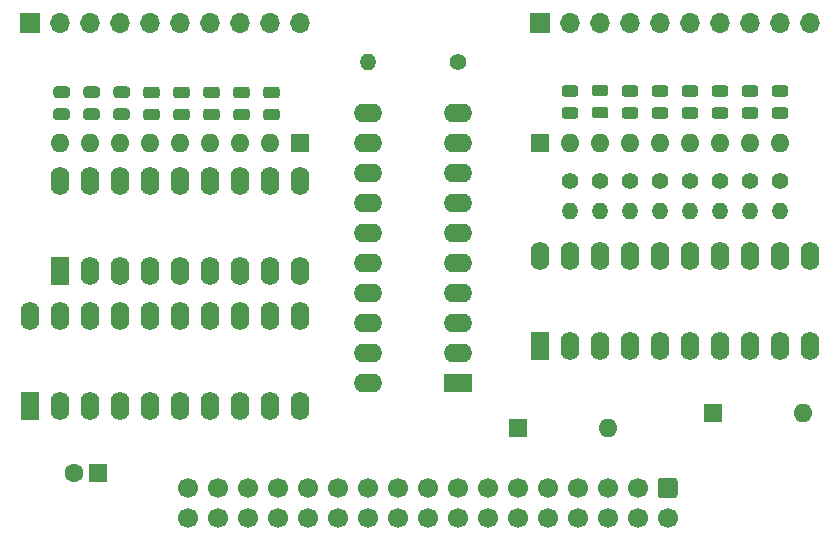
<source format=gts>
%TF.GenerationSoftware,KiCad,Pcbnew,(5.1.12)-1*%
%TF.CreationDate,2022-03-19T10:44:28+01:00*%
%TF.ProjectId,8ESN,3845534e-2e6b-4696-9361-645f70636258,1.0*%
%TF.SameCoordinates,PX6d01460PY60e4b00*%
%TF.FileFunction,Soldermask,Top*%
%TF.FilePolarity,Negative*%
%FSLAX46Y46*%
G04 Gerber Fmt 4.6, Leading zero omitted, Abs format (unit mm)*
G04 Created by KiCad (PCBNEW (5.1.12)-1) date 2022-03-19 10:44:28*
%MOMM*%
%LPD*%
G01*
G04 APERTURE LIST*
%ADD10C,1.700000*%
%ADD11O,1.600000X1.600000*%
%ADD12R,1.600000X1.600000*%
%ADD13O,1.400000X1.400000*%
%ADD14C,1.400000*%
%ADD15O,1.700000X1.700000*%
%ADD16R,1.700000X1.700000*%
%ADD17O,2.400000X1.600000*%
%ADD18R,2.400000X1.600000*%
%ADD19O,1.600000X2.400000*%
%ADD20R,1.600000X2.400000*%
%ADD21C,1.600000*%
G04 APERTURE END LIST*
D10*
%TO.C,J1*%
X17780000Y3175000D03*
X20320000Y3175000D03*
X22860000Y3175000D03*
X25400000Y3175000D03*
X27940000Y3175000D03*
X30480000Y3175000D03*
X33020000Y3175000D03*
X35560000Y3175000D03*
X38100000Y3175000D03*
X40640000Y3175000D03*
X43180000Y3175000D03*
X45720000Y3175000D03*
X48260000Y3175000D03*
X50800000Y3175000D03*
X53340000Y3175000D03*
X55880000Y3175000D03*
X58420000Y3175000D03*
X17780000Y5715000D03*
X20320000Y5715000D03*
X22860000Y5715000D03*
X25400000Y5715000D03*
X27940000Y5715000D03*
X30480000Y5715000D03*
X33020000Y5715000D03*
X35560000Y5715000D03*
X38100000Y5715000D03*
X40640000Y5715000D03*
X43180000Y5715000D03*
X45720000Y5715000D03*
X48260000Y5715000D03*
X50800000Y5715000D03*
X53340000Y5715000D03*
X55880000Y5715000D03*
G36*
G01*
X57820000Y6565000D02*
X59020000Y6565000D01*
G75*
G02*
X59270000Y6315000I0J-250000D01*
G01*
X59270000Y5115000D01*
G75*
G02*
X59020000Y4865000I-250000J0D01*
G01*
X57820000Y4865000D01*
G75*
G02*
X57570000Y5115000I0J250000D01*
G01*
X57570000Y6315000D01*
G75*
G02*
X57820000Y6565000I250000J0D01*
G01*
G37*
%TD*%
D11*
%TO.C,RN2*%
X6985000Y34925000D03*
X9525000Y34925000D03*
X12065000Y34925000D03*
X14605000Y34925000D03*
X17145000Y34925000D03*
X19685000Y34925000D03*
X22225000Y34925000D03*
X24765000Y34925000D03*
D12*
X27305000Y34925000D03*
%TD*%
D13*
%TO.C,R9*%
X33020000Y41783000D03*
D14*
X40640000Y41783000D03*
%TD*%
D11*
%TO.C,SW1*%
X69850000Y12065000D03*
D12*
X62230000Y12065000D03*
%TD*%
D15*
%TO.C,J2*%
X70485000Y45085000D03*
X67945000Y45085000D03*
X65405000Y45085000D03*
X62865000Y45085000D03*
X60325000Y45085000D03*
X57785000Y45085000D03*
X55245000Y45085000D03*
X52705000Y45085000D03*
X50165000Y45085000D03*
D16*
X47625000Y45085000D03*
%TD*%
D15*
%TO.C,J3*%
X27305000Y45085000D03*
X24765000Y45085000D03*
X22225000Y45085000D03*
X19685000Y45085000D03*
X17145000Y45085000D03*
X14605000Y45085000D03*
X12065000Y45085000D03*
X9525000Y45085000D03*
X6985000Y45085000D03*
D16*
X4445000Y45085000D03*
%TD*%
D17*
%TO.C,U1*%
X33020000Y14605000D03*
X40640000Y37465000D03*
X33020000Y17145000D03*
X40640000Y34925000D03*
X33020000Y19685000D03*
X40640000Y32385000D03*
X33020000Y22225000D03*
X40640000Y29845000D03*
X33020000Y24765000D03*
X40640000Y27305000D03*
X33020000Y27305000D03*
X40640000Y24765000D03*
X33020000Y29845000D03*
X40640000Y22225000D03*
X33020000Y32385000D03*
X40640000Y19685000D03*
X33020000Y34925000D03*
X40640000Y17145000D03*
X33020000Y37465000D03*
D18*
X40640000Y14605000D03*
%TD*%
D13*
%TO.C,R8*%
X67945000Y29210000D03*
D14*
X67945000Y31750000D03*
%TD*%
D13*
%TO.C,R7*%
X65405000Y29210000D03*
D14*
X65405000Y31750000D03*
%TD*%
D13*
%TO.C,R6*%
X62865000Y29210000D03*
D14*
X62865000Y31750000D03*
%TD*%
D13*
%TO.C,R5*%
X60325000Y29210000D03*
D14*
X60325000Y31750000D03*
%TD*%
D13*
%TO.C,R4*%
X57785000Y29210000D03*
D14*
X57785000Y31750000D03*
%TD*%
D13*
%TO.C,R3*%
X55245000Y29210000D03*
D14*
X55245000Y31750000D03*
%TD*%
D13*
%TO.C,R2*%
X52705000Y29210000D03*
D14*
X52705000Y31750000D03*
%TD*%
D13*
%TO.C,R1*%
X50165000Y29210000D03*
D14*
X50165000Y31750000D03*
%TD*%
%TO.C,D17*%
G36*
G01*
X67488750Y37952500D02*
X68401250Y37952500D01*
G75*
G02*
X68645000Y37708750I0J-243750D01*
G01*
X68645000Y37221250D01*
G75*
G02*
X68401250Y36977500I-243750J0D01*
G01*
X67488750Y36977500D01*
G75*
G02*
X67245000Y37221250I0J243750D01*
G01*
X67245000Y37708750D01*
G75*
G02*
X67488750Y37952500I243750J0D01*
G01*
G37*
G36*
G01*
X67488750Y39827500D02*
X68401250Y39827500D01*
G75*
G02*
X68645000Y39583750I0J-243750D01*
G01*
X68645000Y39096250D01*
G75*
G02*
X68401250Y38852500I-243750J0D01*
G01*
X67488750Y38852500D01*
G75*
G02*
X67245000Y39096250I0J243750D01*
G01*
X67245000Y39583750D01*
G75*
G02*
X67488750Y39827500I243750J0D01*
G01*
G37*
%TD*%
%TO.C,D16*%
G36*
G01*
X64948750Y37952500D02*
X65861250Y37952500D01*
G75*
G02*
X66105000Y37708750I0J-243750D01*
G01*
X66105000Y37221250D01*
G75*
G02*
X65861250Y36977500I-243750J0D01*
G01*
X64948750Y36977500D01*
G75*
G02*
X64705000Y37221250I0J243750D01*
G01*
X64705000Y37708750D01*
G75*
G02*
X64948750Y37952500I243750J0D01*
G01*
G37*
G36*
G01*
X64948750Y39827500D02*
X65861250Y39827500D01*
G75*
G02*
X66105000Y39583750I0J-243750D01*
G01*
X66105000Y39096250D01*
G75*
G02*
X65861250Y38852500I-243750J0D01*
G01*
X64948750Y38852500D01*
G75*
G02*
X64705000Y39096250I0J243750D01*
G01*
X64705000Y39583750D01*
G75*
G02*
X64948750Y39827500I243750J0D01*
G01*
G37*
%TD*%
%TO.C,D15*%
G36*
G01*
X62408750Y37952500D02*
X63321250Y37952500D01*
G75*
G02*
X63565000Y37708750I0J-243750D01*
G01*
X63565000Y37221250D01*
G75*
G02*
X63321250Y36977500I-243750J0D01*
G01*
X62408750Y36977500D01*
G75*
G02*
X62165000Y37221250I0J243750D01*
G01*
X62165000Y37708750D01*
G75*
G02*
X62408750Y37952500I243750J0D01*
G01*
G37*
G36*
G01*
X62408750Y39827500D02*
X63321250Y39827500D01*
G75*
G02*
X63565000Y39583750I0J-243750D01*
G01*
X63565000Y39096250D01*
G75*
G02*
X63321250Y38852500I-243750J0D01*
G01*
X62408750Y38852500D01*
G75*
G02*
X62165000Y39096250I0J243750D01*
G01*
X62165000Y39583750D01*
G75*
G02*
X62408750Y39827500I243750J0D01*
G01*
G37*
%TD*%
%TO.C,D14*%
G36*
G01*
X59868750Y37952500D02*
X60781250Y37952500D01*
G75*
G02*
X61025000Y37708750I0J-243750D01*
G01*
X61025000Y37221250D01*
G75*
G02*
X60781250Y36977500I-243750J0D01*
G01*
X59868750Y36977500D01*
G75*
G02*
X59625000Y37221250I0J243750D01*
G01*
X59625000Y37708750D01*
G75*
G02*
X59868750Y37952500I243750J0D01*
G01*
G37*
G36*
G01*
X59868750Y39827500D02*
X60781250Y39827500D01*
G75*
G02*
X61025000Y39583750I0J-243750D01*
G01*
X61025000Y39096250D01*
G75*
G02*
X60781250Y38852500I-243750J0D01*
G01*
X59868750Y38852500D01*
G75*
G02*
X59625000Y39096250I0J243750D01*
G01*
X59625000Y39583750D01*
G75*
G02*
X59868750Y39827500I243750J0D01*
G01*
G37*
%TD*%
%TO.C,D13*%
G36*
G01*
X57328750Y37952500D02*
X58241250Y37952500D01*
G75*
G02*
X58485000Y37708750I0J-243750D01*
G01*
X58485000Y37221250D01*
G75*
G02*
X58241250Y36977500I-243750J0D01*
G01*
X57328750Y36977500D01*
G75*
G02*
X57085000Y37221250I0J243750D01*
G01*
X57085000Y37708750D01*
G75*
G02*
X57328750Y37952500I243750J0D01*
G01*
G37*
G36*
G01*
X57328750Y39827500D02*
X58241250Y39827500D01*
G75*
G02*
X58485000Y39583750I0J-243750D01*
G01*
X58485000Y39096250D01*
G75*
G02*
X58241250Y38852500I-243750J0D01*
G01*
X57328750Y38852500D01*
G75*
G02*
X57085000Y39096250I0J243750D01*
G01*
X57085000Y39583750D01*
G75*
G02*
X57328750Y39827500I243750J0D01*
G01*
G37*
%TD*%
%TO.C,D12*%
G36*
G01*
X54788750Y37952500D02*
X55701250Y37952500D01*
G75*
G02*
X55945000Y37708750I0J-243750D01*
G01*
X55945000Y37221250D01*
G75*
G02*
X55701250Y36977500I-243750J0D01*
G01*
X54788750Y36977500D01*
G75*
G02*
X54545000Y37221250I0J243750D01*
G01*
X54545000Y37708750D01*
G75*
G02*
X54788750Y37952500I243750J0D01*
G01*
G37*
G36*
G01*
X54788750Y39827500D02*
X55701250Y39827500D01*
G75*
G02*
X55945000Y39583750I0J-243750D01*
G01*
X55945000Y39096250D01*
G75*
G02*
X55701250Y38852500I-243750J0D01*
G01*
X54788750Y38852500D01*
G75*
G02*
X54545000Y39096250I0J243750D01*
G01*
X54545000Y39583750D01*
G75*
G02*
X54788750Y39827500I243750J0D01*
G01*
G37*
%TD*%
%TO.C,D11*%
G36*
G01*
X52248750Y37982500D02*
X53161250Y37982500D01*
G75*
G02*
X53405000Y37738750I0J-243750D01*
G01*
X53405000Y37251250D01*
G75*
G02*
X53161250Y37007500I-243750J0D01*
G01*
X52248750Y37007500D01*
G75*
G02*
X52005000Y37251250I0J243750D01*
G01*
X52005000Y37738750D01*
G75*
G02*
X52248750Y37982500I243750J0D01*
G01*
G37*
G36*
G01*
X52248750Y39857500D02*
X53161250Y39857500D01*
G75*
G02*
X53405000Y39613750I0J-243750D01*
G01*
X53405000Y39126250D01*
G75*
G02*
X53161250Y38882500I-243750J0D01*
G01*
X52248750Y38882500D01*
G75*
G02*
X52005000Y39126250I0J243750D01*
G01*
X52005000Y39613750D01*
G75*
G02*
X52248750Y39857500I243750J0D01*
G01*
G37*
%TD*%
%TO.C,D10*%
G36*
G01*
X49708750Y37952500D02*
X50621250Y37952500D01*
G75*
G02*
X50865000Y37708750I0J-243750D01*
G01*
X50865000Y37221250D01*
G75*
G02*
X50621250Y36977500I-243750J0D01*
G01*
X49708750Y36977500D01*
G75*
G02*
X49465000Y37221250I0J243750D01*
G01*
X49465000Y37708750D01*
G75*
G02*
X49708750Y37952500I243750J0D01*
G01*
G37*
G36*
G01*
X49708750Y39827500D02*
X50621250Y39827500D01*
G75*
G02*
X50865000Y39583750I0J-243750D01*
G01*
X50865000Y39096250D01*
G75*
G02*
X50621250Y38852500I-243750J0D01*
G01*
X49708750Y38852500D01*
G75*
G02*
X49465000Y39096250I0J243750D01*
G01*
X49465000Y39583750D01*
G75*
G02*
X49708750Y39827500I243750J0D01*
G01*
G37*
%TD*%
%TO.C,D9*%
G36*
G01*
X25348250Y38725500D02*
X24435750Y38725500D01*
G75*
G02*
X24192000Y38969250I0J243750D01*
G01*
X24192000Y39456750D01*
G75*
G02*
X24435750Y39700500I243750J0D01*
G01*
X25348250Y39700500D01*
G75*
G02*
X25592000Y39456750I0J-243750D01*
G01*
X25592000Y38969250D01*
G75*
G02*
X25348250Y38725500I-243750J0D01*
G01*
G37*
G36*
G01*
X25348250Y36850500D02*
X24435750Y36850500D01*
G75*
G02*
X24192000Y37094250I0J243750D01*
G01*
X24192000Y37581750D01*
G75*
G02*
X24435750Y37825500I243750J0D01*
G01*
X25348250Y37825500D01*
G75*
G02*
X25592000Y37581750I0J-243750D01*
G01*
X25592000Y37094250D01*
G75*
G02*
X25348250Y36850500I-243750J0D01*
G01*
G37*
%TD*%
%TO.C,D8*%
G36*
G01*
X22808250Y38725500D02*
X21895750Y38725500D01*
G75*
G02*
X21652000Y38969250I0J243750D01*
G01*
X21652000Y39456750D01*
G75*
G02*
X21895750Y39700500I243750J0D01*
G01*
X22808250Y39700500D01*
G75*
G02*
X23052000Y39456750I0J-243750D01*
G01*
X23052000Y38969250D01*
G75*
G02*
X22808250Y38725500I-243750J0D01*
G01*
G37*
G36*
G01*
X22808250Y36850500D02*
X21895750Y36850500D01*
G75*
G02*
X21652000Y37094250I0J243750D01*
G01*
X21652000Y37581750D01*
G75*
G02*
X21895750Y37825500I243750J0D01*
G01*
X22808250Y37825500D01*
G75*
G02*
X23052000Y37581750I0J-243750D01*
G01*
X23052000Y37094250D01*
G75*
G02*
X22808250Y36850500I-243750J0D01*
G01*
G37*
%TD*%
%TO.C,D7*%
G36*
G01*
X20268250Y38727800D02*
X19355750Y38727800D01*
G75*
G02*
X19112000Y38971550I0J243750D01*
G01*
X19112000Y39459050D01*
G75*
G02*
X19355750Y39702800I243750J0D01*
G01*
X20268250Y39702800D01*
G75*
G02*
X20512000Y39459050I0J-243750D01*
G01*
X20512000Y38971550D01*
G75*
G02*
X20268250Y38727800I-243750J0D01*
G01*
G37*
G36*
G01*
X20268250Y36852800D02*
X19355750Y36852800D01*
G75*
G02*
X19112000Y37096550I0J243750D01*
G01*
X19112000Y37584050D01*
G75*
G02*
X19355750Y37827800I243750J0D01*
G01*
X20268250Y37827800D01*
G75*
G02*
X20512000Y37584050I0J-243750D01*
G01*
X20512000Y37096550D01*
G75*
G02*
X20268250Y36852800I-243750J0D01*
G01*
G37*
%TD*%
%TO.C,D6*%
G36*
G01*
X17728250Y38725500D02*
X16815750Y38725500D01*
G75*
G02*
X16572000Y38969250I0J243750D01*
G01*
X16572000Y39456750D01*
G75*
G02*
X16815750Y39700500I243750J0D01*
G01*
X17728250Y39700500D01*
G75*
G02*
X17972000Y39456750I0J-243750D01*
G01*
X17972000Y38969250D01*
G75*
G02*
X17728250Y38725500I-243750J0D01*
G01*
G37*
G36*
G01*
X17728250Y36850500D02*
X16815750Y36850500D01*
G75*
G02*
X16572000Y37094250I0J243750D01*
G01*
X16572000Y37581750D01*
G75*
G02*
X16815750Y37825500I243750J0D01*
G01*
X17728250Y37825500D01*
G75*
G02*
X17972000Y37581750I0J-243750D01*
G01*
X17972000Y37094250D01*
G75*
G02*
X17728250Y36850500I-243750J0D01*
G01*
G37*
%TD*%
%TO.C,D5*%
G36*
G01*
X15188250Y38725500D02*
X14275750Y38725500D01*
G75*
G02*
X14032000Y38969250I0J243750D01*
G01*
X14032000Y39456750D01*
G75*
G02*
X14275750Y39700500I243750J0D01*
G01*
X15188250Y39700500D01*
G75*
G02*
X15432000Y39456750I0J-243750D01*
G01*
X15432000Y38969250D01*
G75*
G02*
X15188250Y38725500I-243750J0D01*
G01*
G37*
G36*
G01*
X15188250Y36850500D02*
X14275750Y36850500D01*
G75*
G02*
X14032000Y37094250I0J243750D01*
G01*
X14032000Y37581750D01*
G75*
G02*
X14275750Y37825500I243750J0D01*
G01*
X15188250Y37825500D01*
G75*
G02*
X15432000Y37581750I0J-243750D01*
G01*
X15432000Y37094250D01*
G75*
G02*
X15188250Y36850500I-243750J0D01*
G01*
G37*
%TD*%
%TO.C,D4*%
G36*
G01*
X12648250Y38755500D02*
X11735750Y38755500D01*
G75*
G02*
X11492000Y38999250I0J243750D01*
G01*
X11492000Y39486750D01*
G75*
G02*
X11735750Y39730500I243750J0D01*
G01*
X12648250Y39730500D01*
G75*
G02*
X12892000Y39486750I0J-243750D01*
G01*
X12892000Y38999250D01*
G75*
G02*
X12648250Y38755500I-243750J0D01*
G01*
G37*
G36*
G01*
X12648250Y36880500D02*
X11735750Y36880500D01*
G75*
G02*
X11492000Y37124250I0J243750D01*
G01*
X11492000Y37611750D01*
G75*
G02*
X11735750Y37855500I243750J0D01*
G01*
X12648250Y37855500D01*
G75*
G02*
X12892000Y37611750I0J-243750D01*
G01*
X12892000Y37124250D01*
G75*
G02*
X12648250Y36880500I-243750J0D01*
G01*
G37*
%TD*%
%TO.C,D3*%
G36*
G01*
X10108250Y38755500D02*
X9195750Y38755500D01*
G75*
G02*
X8952000Y38999250I0J243750D01*
G01*
X8952000Y39486750D01*
G75*
G02*
X9195750Y39730500I243750J0D01*
G01*
X10108250Y39730500D01*
G75*
G02*
X10352000Y39486750I0J-243750D01*
G01*
X10352000Y38999250D01*
G75*
G02*
X10108250Y38755500I-243750J0D01*
G01*
G37*
G36*
G01*
X10108250Y36880500D02*
X9195750Y36880500D01*
G75*
G02*
X8952000Y37124250I0J243750D01*
G01*
X8952000Y37611750D01*
G75*
G02*
X9195750Y37855500I243750J0D01*
G01*
X10108250Y37855500D01*
G75*
G02*
X10352000Y37611750I0J-243750D01*
G01*
X10352000Y37124250D01*
G75*
G02*
X10108250Y36880500I-243750J0D01*
G01*
G37*
%TD*%
%TO.C,D2*%
G36*
G01*
X7568250Y38755500D02*
X6655750Y38755500D01*
G75*
G02*
X6412000Y38999250I0J243750D01*
G01*
X6412000Y39486750D01*
G75*
G02*
X6655750Y39730500I243750J0D01*
G01*
X7568250Y39730500D01*
G75*
G02*
X7812000Y39486750I0J-243750D01*
G01*
X7812000Y38999250D01*
G75*
G02*
X7568250Y38755500I-243750J0D01*
G01*
G37*
G36*
G01*
X7568250Y36880500D02*
X6655750Y36880500D01*
G75*
G02*
X6412000Y37124250I0J243750D01*
G01*
X6412000Y37611750D01*
G75*
G02*
X6655750Y37855500I243750J0D01*
G01*
X7568250Y37855500D01*
G75*
G02*
X7812000Y37611750I0J-243750D01*
G01*
X7812000Y37124250D01*
G75*
G02*
X7568250Y36880500I-243750J0D01*
G01*
G37*
%TD*%
D19*
%TO.C,U6*%
X6985000Y31750000D03*
X27305000Y24130000D03*
X9525000Y31750000D03*
X24765000Y24130000D03*
X12065000Y31750000D03*
X22225000Y24130000D03*
X14605000Y31750000D03*
X19685000Y24130000D03*
X17145000Y31750000D03*
X17145000Y24130000D03*
X19685000Y31750000D03*
X14605000Y24130000D03*
X22225000Y31750000D03*
X12065000Y24130000D03*
X24765000Y31750000D03*
X9525000Y24130000D03*
X27305000Y31750000D03*
D20*
X6985000Y24130000D03*
%TD*%
D19*
%TO.C,U5*%
X47625000Y25400000D03*
X70485000Y17780000D03*
X50165000Y25400000D03*
X67945000Y17780000D03*
X52705000Y25400000D03*
X65405000Y17780000D03*
X55245000Y25400000D03*
X62865000Y17780000D03*
X57785000Y25400000D03*
X60325000Y17780000D03*
X60325000Y25400000D03*
X57785000Y17780000D03*
X62865000Y25400000D03*
X55245000Y17780000D03*
X65405000Y25400000D03*
X52705000Y17780000D03*
X67945000Y25400000D03*
X50165000Y17780000D03*
X70485000Y25400000D03*
D20*
X47625000Y17780000D03*
%TD*%
D19*
%TO.C,U4*%
X4445000Y20320000D03*
X27305000Y12700000D03*
X6985000Y20320000D03*
X24765000Y12700000D03*
X9525000Y20320000D03*
X22225000Y12700000D03*
X12065000Y20320000D03*
X19685000Y12700000D03*
X14605000Y20320000D03*
X17145000Y12700000D03*
X17145000Y20320000D03*
X14605000Y12700000D03*
X19685000Y20320000D03*
X12065000Y12700000D03*
X22225000Y20320000D03*
X9525000Y12700000D03*
X24765000Y20320000D03*
X6985000Y12700000D03*
X27305000Y20320000D03*
D20*
X4445000Y12700000D03*
%TD*%
D11*
%TO.C,RN1*%
X67945000Y34925000D03*
X65405000Y34925000D03*
X62865000Y34925000D03*
X60325000Y34925000D03*
X57785000Y34925000D03*
X55245000Y34925000D03*
X52705000Y34925000D03*
X50165000Y34925000D03*
D12*
X47625000Y34925000D03*
%TD*%
D11*
%TO.C,D1*%
X53340000Y10795000D03*
D12*
X45720000Y10795000D03*
%TD*%
D21*
%TO.C,C1*%
X8160000Y6985000D03*
D12*
X10160000Y6985000D03*
%TD*%
M02*

</source>
